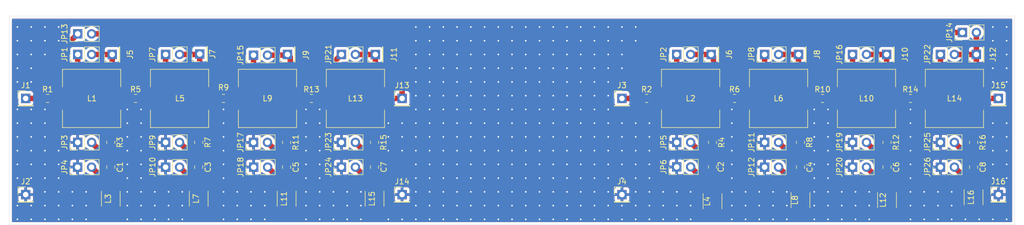
<source format=kicad_pcb>
(kicad_pcb (version 20241229) (generator "pcbnew") (generator_version "9.0")
  (layers (0 "F.Cu" signal) (2 "B.Cu" signal) (13 "F.Paste" user) (15 "B.Paste" user) (5 "F.SilkS" user "F.Silkscreen") (7 "B.SilkS" user "B.Silkscreen") (1 "F.Mask" user) (3 "B.Mask" user) (25 "Edge.Cuts" user))
  (net 0 "")
  (net 1 "Net-(JP3-B)")
  (net 2 "Net-(JP4-B)")
  (net 3 "Net-(JP6-B)")
  (net 4 "Net-(JP5-B)")
  (net 5 "Net-(JP10-B)")
  (net 6 "Net-(JP9-B)")
  (net 7 "Net-(JP11-B)")
  (net 8 "Net-(JP12-B)")
  (net 9 "Net-(JP17-B)")
  (net 10 "Net-(JP18-B)")
  (net 11 "Net-(JP20-B)")
  (net 12 "Net-(JP19-B)")
  (net 13 "Net-(JP24-B)")
  (net 14 "Net-(JP23-B)")
  (net 15 "Net-(JP25-B)")
  (net 16 "Net-(JP26-B)")
  (net 17 "Net-(J1-Pin_1)")
  (net 18 "GND")
  (net 19 "Net-(J3-Pin_1)")
  (net 20 "Net-(J5-Pin_1)")
  (net 21 "Net-(J6-Pin_1)")
  (net 22 "Net-(J7-Pin_1)")
  (net 23 "Net-(J8-Pin_1)")
  (net 24 "Net-(J9-Pin_1)")
  (net 25 "Net-(J10-Pin_1)")
  (net 26 "Net-(J11-Pin_1)")
  (net 27 "Net-(J12-Pin_1)")
  (net 28 "Net-(JP1-A)")
  (net 29 "Net-(JP2-A)")
  (net 30 "Net-(JP7-A)")
  (net 31 "Net-(JP8-A)")
  (net 32 "Net-(JP15-A)")
  (net 33 "Net-(JP16-A)")
  (net 34 "Net-(JP21-A)")
  (net 35 "Net-(JP22-A)")
  (footprint "Resistor_SMD:R_0805_2012Metric_Pad1.20x1.40mm_HandSolder" (layer "F.Cu") (at 193 53)
    (property "Reference" "R6")
    (property "Value" "R_US")
  )
  (footprint "Connector_PinHeader_2.54mm:PinHeader_1x02_P2.54mm_Vertical" (layer "F.Cu") (at 198.46 45 90)
    (property "Reference" "JP8")
    (property "Value" "Jumper_2_Open")
  )
  (footprint "Connector_PinHeader_2.54mm:PinHeader_1x02_P2.54mm_Vertical" (layer "F.Cu") (at 89.46 45 90)
    (property "Reference" "JP7")
    (property "Value" "Jumper_2_Open")
  )
  (footprint "Capacitor_SMD:C_0805_2012Metric_Pad1.18x1.45mm_HandSolder" (layer "F.Cu") (at 79.485 65.5 -90)
    (property "Reference" "C1")
    (property "Value" "C")
  )
  (footprint "Connector_PinHeader_2.54mm:PinHeader_1x01_P2.54mm_Vertical" (layer "F.Cu") (at 172.5 70.5)
    (property "Reference" "J4")
    (property "Value" "Conn_01x01")
  )
  (footprint "Inductor_SMD:L_1812_4532Metric_Pad1.30x3.40mm_HandSolder" (layer "F.Cu") (at 95.485 71.25 -90)
    (property "Reference" "L7")
    (property "Value" "L")
  )
  (footprint "Connector_PinHeader_2.54mm:PinHeader_1x02_P2.54mm_Vertical" (layer "F.Cu") (at 105.46 45.1225 90)
    (property "Reference" "JP15")
    (property "Value" "Jumper_2_Open")
  )
  (footprint "Connector_PinHeader_2.54mm:PinHeader_1x02_P2.54mm_Vertical" (layer "F.Cu") (at 234.46 41 90)
    (property "Reference" "JP14")
    (property "Value" "Jumper_2_Open")
  )
  (footprint "Inductor_SMD:L_10.4x10.4_H4.8" (layer "F.Cu") (at 124 53)
    (property "Reference" "L13")
    (property "Value" "L")
  )
  (footprint "Resistor_SMD:R_0805_2012Metric_Pad1.20x1.40mm_HandSolder" (layer "F.Cu") (at 177 53)
    (property "Reference" "R2")
    (property "Value" "R_US")
  )
  (footprint "Connector_PinHeader_2.54mm:PinHeader_1x02_P2.54mm_Vertical" (layer "F.Cu") (at 73.46 45 90)
    (property "Reference" "JP1")
    (property "Value" "Jumper_2_Open")
  )
  (footprint "Resistor_SMD:R_0805_2012Metric_Pad1.20x1.40mm_HandSolder" (layer "F.Cu") (at 116 53)
    (property "Reference" "R13")
    (property "Value" "R_US")
  )
  (footprint "Connector_PinHeader_2.54mm:PinHeader_1x01_P2.54mm_Vertical" (layer "F.Cu") (at 241 53)
    (property "Reference" "J15")
    (property "Value" "Conn_01x01")
  )
  (footprint "Connector_PinHeader_2.54mm:PinHeader_1x02_P2.54mm_Vertical" (layer "F.Cu") (at 73.445 65.5 90)
    (property "Reference" "JP4")
    (property "Value" "Jumper_2_Open")
  )
  (footprint "Connector_PinHeader_2.54mm:PinHeader_1x01_P2.54mm_Vertical" (layer "F.Cu") (at 79.75 45 90)
    (property "Reference" "J5")
    (property "Value" "Conn_01x01")
  )
  (footprint "Resistor_SMD:R_0805_2012Metric_Pad1.20x1.40mm_HandSolder" (layer "F.Cu") (at 220.735 61 -90)
    (property "Reference" "R12")
    (property "Value" "R_US")
  )
  (footprint "Connector_PinHeader_2.54mm:PinHeader_1x02_P2.54mm_Vertical" (layer "F.Cu") (at 230.46 45 90)
    (property "Reference" "JP22")
    (property "Value" "Jumper_2_Open")
  )
  (footprint "Connector_PinHeader_2.54mm:PinHeader_1x02_P2.54mm_Vertical" (layer "F.Cu") (at 198.46 65.5 90)
    (property "Reference" "JP12")
    (property "Value" "Jumper_2_Open")
  )
  (footprint "Connector_PinHeader_2.54mm:PinHeader_1x02_P2.54mm_Vertical" (layer "F.Cu") (at 214.46 65.5 90)
    (property "Reference" "JP20")
    (property "Value" "Jumper_2_Open")
  )
  (footprint "Capacitor_SMD:C_0805_2012Metric_Pad1.18x1.45mm_HandSolder" (layer "F.Cu") (at 188.985 65.4625 -90)
    (property "Reference" "C2")
    (property "Value" "C")
  )
  (footprint "Resistor_SMD:R_0805_2012Metric_Pad1.20x1.40mm_HandSolder" (layer "F.Cu") (at 204.985 61 -90)
    (property "Reference" "R8")
    (property "Value" "R_US")
  )
  (footprint "Capacitor_SMD:C_0805_2012Metric_Pad1.18x1.45mm_HandSolder" (layer "F.Cu") (at 205 65.5 -90)
    (property "Reference" "C4")
    (property "Value" "C")
  )
  (footprint "Inductor_SMD:L_1812_4532Metric_Pad1.30x3.40mm_HandSolder" (layer "F.Cu") (at 79.485 71.25 -90)
    (property "Reference" "L3")
    (property "Value" "L")
  )
  (footprint "Connector_PinHeader_2.54mm:PinHeader_1x02_P2.54mm_Vertical" (layer "F.Cu") (at 89.46 65.5 90)
    (property "Reference" "JP10")
    (property "Value" "Jumper_2_Open")
  )
  (footprint "Connector_PinHeader_2.54mm:PinHeader_1x02_P2.54mm_Vertical" (layer "F.Cu") (at 105.485 65.5 90)
    (property "Reference" "JP18")
    (property "Value" "Jumper_2_Open")
  )
  (footprint "Connector_PinHeader_2.54mm:PinHeader_1x01_P2.54mm_Vertical" (layer "F.Cu") (at 132.5 53)
    (property "Reference" "J13")
    (property "Value" "Conn_01x01")
  )
  (footprint "Resistor_SMD:R_0805_2012Metric_Pad1.20x1.40mm_HandSolder" (layer "F.Cu") (at 127.485 61 -90)
    (property "Reference" "R15")
    (property "Value" "R_US")
  )
  (footprint "Connector_PinHeader_2.54mm:PinHeader_1x02_P2.54mm_Vertical" (layer "F.Cu") (at 105.46 61 90)
    (property "Reference" "JP17")
    (property "Value" "Jumper_2_Open")
  )
  (footprint "Resistor_SMD:R_0805_2012Metric_Pad1.20x1.40mm_HandSolder" (layer "F.Cu") (at 209 53)
    (property "Reference" "R10")
    (property "Value" "R_US")
  )
  (footprint "Inductor_SMD:L_10.4x10.4_H4.8" (layer "F.Cu") (at 201 53)
    (property "Reference" "L6")
    (property "Value" "L")
  )
  (footprint "Connector_PinHeader_2.54mm:PinHeader_1x01_P2.54mm_Vertical" (layer "F.Cu") (at 241 70.5)
    (property "Reference" "J16")
    (property "Value" "Conn_01x01")
  )
  (footprint "Resistor_SMD:R_0805_2012Metric_Pad1.20x1.40mm_HandSolder" (layer "F.Cu") (at 68 53)
    (property "Reference" "R1")
    (property "Value" "R_US")
  )
  (footprint "Inductor_SMD:L_1812_4532Metric_Pad1.30x3.40mm_HandSolder" (layer "F.Cu") (at 220.735 71.5 -90)
    (property "Reference" "L12")
    (property "Value" "L")
  )
  (footprint "Inductor_SMD:L_1812_4532Metric_Pad1.30x3.40mm_HandSolder" (layer "F.Cu") (at 236.485 71 -90)
    (property "Reference" "L16")
    (property "Value" "L")
  )
  (footprint "Resistor_SMD:R_0805_2012Metric_Pad1.20x1.40mm_HandSolder" (layer "F.Cu") (at 188.985 61 -90)
    (property "Reference" "R4")
    (property "Value" "R_US")
  )
  (footprint "Resistor_SMD:R_0805_2012Metric_Pad1.20x1.40mm_HandSolder" (layer "F.Cu") (at 225 53)
    (property "Reference" "R14")
    (property "Value" "R_US")
  )
  (footprint "Resistor_SMD:R_0805_2012Metric_Pad1.20x1.40mm_HandSolder" (layer "F.Cu") (at 236.5 61 -90)
    (property "Reference" "R16")
    (property "Value" "R_US")
  )
  (footprint "Resistor_SMD:R_0805_2012Metric_Pad1.20x1.40mm_HandSolder" (layer "F.Cu") (at 79.485 61 -90)
    (property "Reference" "R3")
    (property "Value" "R_US")
  )
  (footprint "Resistor_SMD:R_0805_2012Metric_Pad1.20x1.40mm_HandSolder" (layer "F.Cu") (at 95.485 61 -90)
    (property "Reference" "R7")
    (property "Value" "R_US")
  )
  (footprint "Inductor_SMD:L_1812_4532Metric_Pad1.30x3.40mm_HandSolder" (layer "F.Cu") (at 188.985 71.7125 -90)
    (property "Reference" "L4")
    (property "Value" "L")
  )
  (footprint "Inductor_SMD:L_1812_4532Metric_Pad1.30x3.40mm_HandSolder" (layer "F.Cu") (at 111.485 71.25 -90)
    (property "Reference" "L11")
    (property "Value" "L")
  )
  (footprint "Connector_PinHeader_2.54mm:PinHeader_1x01_P2.54mm_Vertical" (layer "F.Cu") (at 172.5 53)
    (property "Reference" "J3")
    (property "Value" "Conn_01x01")
  )
  (footprint "Connector_PinHeader_2.54mm:PinHeader_1x01_P2.54mm_Vertical" (layer "F.Cu") (at 204.635 45 90)
    (property "Reference" "J8")
    (property "Value" "Conn_01x01")
  )
  (footprint "Connector_PinHeader_2.54mm:PinHeader_1x02_P2.54mm_Vertical" (layer "F.Cu") (at 214.46 45 90)
    (property "Reference" "JP16")
    (property "Value" "Jumper_2_Open")
  )
  (footprint "Connector_PinHeader_2.54mm:PinHeader_1x02_P2.54mm_Vertical" (layer "F.Cu") (at 230.46 65.5 90)
    (property "Reference" "JP26")
    (property "Value" "Jumper_2_Open")
  )
  (footprint "Resistor_SMD:R_0805_2012Metric_Pad1.20x1.40mm_HandSolder" (layer "F.Cu") (at 111.485 61 -90)
    (property "Reference" "R11")
    (property "Value" "R_US")
  )
  (footprint "Connector_PinHeader_2.54mm:PinHeader_1x02_P2.54mm_Vertical" (layer "F.Cu") (at 73.46 61 90)
    (property "Reference" "JP3")
    (property "Value" "Jumper_2_Open")
  )
  (footprint "Capacitor_SMD:C_0805_2012Metric_Pad1.18x1.45mm_HandSolder" (layer "F.Cu") (at 127.485 65.5 -90)
    (property "Reference" "C7")
    (property "Value" "C")
  )
  (footprint "Connector_PinHeader_2.54mm:PinHeader_1x01_P2.54mm_Vertical" (layer "F.Cu") (at 95.67 44.9175 90)
    (property "Reference" "J7")
    (property "Value" "Conn_01x01")
  )
  (footprint "Connector_PinHeader_2.54mm:PinHeader_1x01_P2.54mm_Vertical" (layer "F.Cu") (at 111.64 45 90)
    (property "Reference" "J9")
    (property "Value" "Conn_01x01")
  )
  (footprint "Connector_PinHeader_2.54mm:PinHeader_1x01_P2.54mm_Vertical" (layer "F.Cu") (at 220.66 45 90)
    (property "Reference" "J10")
    (property "Value" "Conn_01x01")
  )
  (footprint "Connector_PinHeader_2.54mm:PinHeader_1x02_P2.54mm_Vertical" (layer "F.Cu") (at 121.46 61 90)
    (property "Reference" "JP23")
    (property "Value" "Jumper_2_Open")
  )
  (footprint "Capacitor_SMD:C_0805_2012Metric_Pad1.18x1.45mm_HandSolder" (layer "F.Cu") (at 236.5 65.5 -90)
    (property "Reference" "C8")
    (property "Value" "C")
  )
  (footprint "Inductor_SMD:L_10.4x10.4_H4.8" (layer "F.Cu") (at 233 53)
    (property "Reference" "L14")
    (property "Value" "L")
  )
  (footprint "Connector_PinHeader_2.54mm:PinHeader_1x02_P2.54mm_Vertical" (layer "F.Cu") (at 230.46 61 90)
    (property "Reference" "JP25")
    (property "Value" "Jumper_2_Open")
  )
  (footprint "Connector_PinHeader_2.54mm:PinHeader_1x01_P2.54mm_Vertical" (layer "F.Cu") (at 132.5 70.5)
    (property "Reference" "J14")
    (property "Value" "Conn_01x01")
  )
  (footprint "Inductor_SMD:L_10.4x10.4_H4.8" (layer "F.Cu") (at 185 53)
    (property "Reference" "L2")
    (property "Value" "L")
  )
  (footprint "Inductor_SMD:L_10.4x10.4_H4.8" (layer "F.Cu") (at 92 53)
    (property "Reference" "L5")
    (property "Value" "L")
  )
  (footprint "Connector_PinHeader_2.54mm:PinHeader_1x01_P2.54mm_Vertical" (layer "F.Cu") (at 64 70.5)
    (property "Reference" "J2")
    (property "Value" "Conn_01x01")
  )
  (footprint "Connector_PinHeader_2.54mm:PinHeader_1x02_P2.54mm_Vertical" (layer "F.Cu") (at 198.46 61 90)
    (property "Reference" "JP11")
    (property "Value" "Jumper_2_Open")
  )
  (footprint "Capacitor_SMD:C_0805_2012Metric_Pad1.18x1.45mm_HandSolder" (layer "F.Cu") (at 95.485 65.5 -90)
    (property "Reference" "C3")
    (property "Value" "C")
  )
  (footprint "Capacitor_SMD:C_0805_2012Metric_Pad1.18x1.45mm_HandSolder" (layer "F.Cu") (at 220.75 65.5 -90)
    (property "Reference" "C6")
    (property "Value" "C")
  )
  (footprint "Connector_PinHeader_2.54mm:PinHeader_1x02_P2.54mm_Vertical" (layer "F.Cu") (at 182.46 45 90)
    (property "Reference" "JP2")
    (property "Value" "Jumper_2_Open")
  )
  (footprint "Connector_PinHeader_2.54mm:PinHeader_1x02_P2.54mm_Vertical" (layer "F.Cu") (at 214.46 61 90)
    (property "Reference" "JP19")
    (property "Value" "Jumper_2_Open")
  )
  (footprint "Connector_PinHeader_2.54mm:PinHeader_1x02_P2.54mm_Vertical" (layer "F.Cu") (at 89.46 61 90)
    (property "Reference" "JP9")
    (property "Value" "Jumper_2_Open")
  )
  (footprint "Inductor_SMD:L_1812_4532Metric_Pad1.30x3.40mm_HandSolder" (layer "F.Cu") (at 204.985 71.5 -90)
    (property "Reference" "L8")
    (property "Value" "L")
  )
  (footprint "Resistor_SMD:R_0805_2012Metric_Pad1.20x1.40mm_HandSolder" (layer "F.Cu") (at 84 53)
    (property "Reference" "R5")
    (property "Value" "R_US")
  )
  (footprint "Inductor_SMD:L_10.4x10.4_H4.8" (layer "F.Cu") (at 76 53)
    (property "Reference" "L1")
    (property "Value" "L")
  )
  (footprint "Connector_PinHeader_2.54mm:PinHeader_1x02_P2.54mm_Vertical" (layer "F.Cu") (at 121.46 65.5 90)
    (property "Reference" "JP24")
    (property "Value" "Jumper_2_Open")
  )
  (footprint "Connector_PinHeader_2.54mm:PinHeader_1x01_P2.54mm_Vertical" (layer "F.Cu") (at 127.64 45.01 90)
    (property "Reference" "J11")
    (property "Value" "Conn_01x01")
  )
  (footprint "Connector_PinHeader_2.54mm:PinHeader_1x01_P2.54mm_Vertical" (layer "F.Cu") (at 188.735 45 90)
    (property "Reference" "J6")
    (property "Value" "Conn_01x01")
  )
  (footprint "Connector_PinHeader_2.54mm:PinHeader_1x02_P2.54mm_Vertical" (layer "F.Cu") (at 73.46 41.25 90)
    (property "Reference" "JP13")
    (property "Value" "Jumper_2_Open")
  )
  (footprint "Connector_PinHeader_2.54mm:PinHeader_1x02_P2.54mm_Vertical" (layer "F.Cu") (at 121.46 45 90)
    (property "Reference" "JP21")
    (property "Value" "Jumper_2_Open")
  )
  (footprint "Resistor_SMD:R_0805_2012Metric_Pad1.20x1.40mm_HandSolder" (layer "F.Cu") (at 100 53)
    (property "Reference" "R9")
    (property "Value" "R_US")
  )
  (footprint "Inductor_SMD:L_10.4x10.4_H4.8" (layer "F.Cu") (at 217 53)
    (property "Reference" "L10")
    (property "Value" "L")
  )
  (footprint "Connector_PinHeader_2.54mm:PinHeader_1x01_P2.54mm_Vertical" (layer "F.Cu") (at 237 45 90)
    (property "Reference" "J12")
    (property "Value" "Conn_01x01")
  )
  (footprint "Inductor_SMD:L_10.4x10.4_H4.8" (layer "F.Cu") (at 108 53)
    (property "Reference" "L9")
    (property "Value" "L")
  )
  (footprint "Connector_PinHeader_2.54mm:PinHeader_1x02_P2.54mm_Vertical" (layer "F.Cu") (at 182.46 61 90)
    (property "Reference" "JP5")
    (property "Value" "Jumper_2_Open")
  )
  (footprint "Capacitor_SMD:C_0805_2012Metric_Pad1.18x1.45mm_HandSolder" (layer "F.Cu") (at 111.485 65.5 -90)
    (property "Reference" "C5")
    (property "Value" "C")
  )
  (footprint "Inductor_SMD:L_1812_4532Metric_Pad1.30x3.40mm_HandSolder" (layer "F.Cu") (at 127.485 71.25 -90)
    (property "Reference" "L15")
    (property "Value" "L")
  )
  (footprint "Connector_PinHeader_2.54mm:PinHeader_1x01_P2.54mm_Vertical" (layer "F.Cu") (at 64 53)
    (property "Reference" "J1")
    (property "Value" "Conn_01x01")
  )
  (footprint "Connector_PinHeader_2.54mm:PinHeader_1x02_P2.54mm_Vertical" (layer "F.Cu") (at 182.46 65.4625 90)
    (property "Reference" "JP6")
    (property "Value" "Jumper_2_Open")
  )
  (gr_rect (start 61 38) (end 244 76) (stroke (width 0.05)) (fill no) (layer "Edge.Cuts"))
  (segment (start 77 62) (end 76 61) (width 1) (layer "F.Cu") (net 1))
  (segment (start 79.485 64.4625) (end 79.485 62) (width 1) (layer "F.Cu") (net 1))
  (segment (start 79.485 62) (end 77 62) (width 1) (layer "F.Cu") (net 1))
  (segment (start 79.485 66.5375) (end 77.0225 66.5375) (width 1) (layer "F.Cu") (net 2))
  (segment (start 77.0225 66.5375) (end 75.985 65.5) (width 1) (layer "F.Cu") (net 2))
  (segment (start 79.485 66.5375) (end 79.485 69.025) (width 1) (layer "F.Cu") (net 2))
  (segment (start 186.0375 66.5) (end 188.985 66.5) (width 1) (layer "F.Cu") (net 3))
  (segment (start 185 65.4625) (end 186.0375 66.5) (width 1) (layer "F.Cu") (net 3))
  (segment (start 188.985 66.5) (end 188.985 69.4875) (width 1) (layer "F.Cu") (net 3))
  (segment (start 188.985 62) (end 188.985 64.425) (width 1) (layer "F.Cu") (net 4))
  (segment (start 186 62) (end 185 61) (width 1) (layer "F.Cu") (net 4))
  (segment (start 188.985 62) (end 186 62) (width 1) (layer "F.Cu") (net 4))
  (segment (start 93.0375 66.5375) (end 95.485 66.5375) (width 1) (layer "F.Cu") (net 5))
  (segment (start 92 65.5) (end 93.0375 66.5375) (width 1) (layer "F.Cu") (net 5))
  (segment (start 95.485 66.5375) (end 95.485 69.025) (width 1) (layer "F.Cu") (net 5))
  (segment (start 93 62) (end 95.485 62) (width 1) (layer "F.Cu") (net 6))
  (segment (start 95.485 62) (end 95.485 64.4625) (width 1) (layer "F.Cu") (net 6))
  (segment (start 92 61) (end 93 62) (width 1) (layer "F.Cu") (net 6))
  (segment (start 204.985 62) (end 204.985 64.4475) (width 1) (layer "F.Cu") (net 7))
  (segment (start 202 62) (end 204.985 62) (width 1) (layer "F.Cu") (net 7))
  (segment (start 201 61) (end 202 62) (width 1) (layer "F.Cu") (net 7))
  (segment (start 204.985 64.4475) (end 205 64.4625) (width 1) (layer "F.Cu") (net 7))
  (segment (start 201 65.5) (end 202.0375 66.5375) (width 1) (layer "F.Cu") (net 8))
  (segment (start 205 69.26) (end 204.985 69.275) (width 1) (layer "F.Cu") (net 8))
  (segment (start 202.0375 66.5375) (end 205 66.5375) (width 1) (layer "F.Cu") (net 8))
  (segment (start 205 66.5375) (end 205 69.26) (width 1) (layer "F.Cu") (net 8))
  (segment (start 109 62) (end 111.485 62) (width 1) (layer "F.Cu") (net 9))
  (segment (start 108 61) (end 109 62) (width 1) (layer "F.Cu") (net 9))
  (segment (start 111.485 64.4625) (end 111.485 62) (width 1) (layer "F.Cu") (net 9))
  (segment (start 108.025 65.5) (end 109.0625 66.5375) (width 1) (layer "F.Cu") (net 10))
  (segment (start 109.0625 66.5375) (end 111.485 66.5375) (width 1) (layer "F.Cu") (net 10))
  (segment (start 111.485 66.5375) (end 111.485 69.025) (width 1) (layer "F.Cu") (net 10))
  (segment (start 220.75 69.26) (end 220.735 69.275) (width 1) (layer "F.Cu") (net 11))
  (segment (start 220.75 66.5375) (end 220.75 69.26) (width 1) (layer "F.Cu") (net 11))
  (segment (start 217 65.5) (end 218.0375 66.5375) (width 1) (layer "F.Cu") (net 11))
  (segment (start 218.0375 66.5375) (end 220.75 66.5375) (width 1) (layer "F.Cu") (net 11))
  (segment (start 217 61) (end 218 62) (width 1) (layer "F.Cu") (net 12))
  (segment (start 218 62) (end 220.735 62) (width 1) (layer "F.Cu") (net 12))
  (segment (start 220.735 64.4475) (end 220.75 64.4625) (width 1) (layer "F.Cu") (net 12))
  (segment (start 220.735 62) (end 220.735 64.4475) (width 1) (layer "F.Cu") (net 12))
  (segment (start 127.485 66.5375) (end 127.485 69.025) (width 1) (layer "F.Cu") (net 13))
  (segment (start 127.485 66.5375) (end 125.0375 66.5375) (width 1) (layer "F.Cu") (net 13))
  (segment (start 125.0375 66.5375) (end 124 65.5) (width 1) (layer "F.Cu") (net 13))
  (segment (start 127.485 62) (end 125 62) (width 1) (layer "F.Cu") (net 14))
  (segment (start 127.485 62) (end 127.485 64.4625) (width 1) (layer "F.Cu") (net 14))
  (segment (start 125 62) (end 124 61) (width 1) (layer "F.Cu") (net 14))
  (segment (start 234 62) (end 233 61) (width 1) (layer "F.Cu") (net 15))
  (segment (start 236.5 62) (end 234 62) (width 1) (layer "F.Cu") (net 15))
  (segment (start 236.5 64.4625) (end 236.5 62) (width 1) (layer "F.Cu") (net 15))
  (segment (start 236.5 68.76) (end 236.485 68.775) (width 1) (layer "F.Cu") (net 16))
  (segment (start 233 65.5) (end 234.0375 66.5375) (width 1) (layer "F.Cu") (net 16))
  (segment (start 236.5 66.5375) (end 236.5 68.76) (width 1) (layer "F.Cu") (net 16))
  (segment (start 234.0375 66.5375) (end 236.5 66.5375) (width 1) (layer "F.Cu") (net 16))
  (segment (start 67 53) (end 64 53) (width 1) (layer "F.Cu") (net 17))
  (segment (start 67 47.71) (end 73.46 41.25) (width 1) (layer "F.Cu") (net 17))
  (segment (start 67 53) (end 67 47.71) (width 1) (layer "F.Cu") (net 17))
  (via (at 170 57.5) (size 0.6) (drill 0.3) (layers "F.Cu" "B.Cu") (net 18))
  (via (at 192.5 62.5) (size 0.6) (drill 0.3) (layers "F.Cu" "B.Cu") (net 18))
  (via (at 170 62.5) (size 0.6) (drill 0.3) (layers "F.Cu" "B.Cu") (net 18))
  (via (at 92.5 70) (size 0.6) (drill 0.3) (layers "F.Cu" "B.Cu") (net 18))
  (via (at 155 42.5) (size 0.6) (drill 0.3) (layers "F.Cu" "B.Cu") (net 18))
  (via (at 150 42.5) (size 0.6) (drill 0.3) (layers "F.Cu" "B.Cu") (net 18))
  (via (at 172.5 47.5) (size 0.6) (drill 0.3) (layers "F.Cu" "B.Cu") (net 18))
  (via (at 142.5 67.5) (size 0.6) (drill 0.3) (layers "F.Cu" "B.Cu") (net 18))
  (via (at 160 42.5) (size 0.6) (drill 0.3) (layers "F.Cu" "B.Cu") (net 18))
  (via (at 165 75) (size 0.6) (drill 0.3) (layers "F.Cu" "B.Cu") (net 18))
  (via (at 150 65) (size 0.6) (drill 0.3) (layers "F.Cu" "B.Cu") (net 18))
  (via (at 217.5 72.5) (size 0.6) (drill 0.3) (layers "F.Cu" "B.Cu") (net 18))
  (via (at 162.5 62.5) (size 0.6) (drill 0.3) (layers "F.Cu" "B.Cu") (net 18))
  (via (at 165 47.5) (size 0.6) (drill 0.3) (layers "F.Cu" "B.Cu") (net 18))
  (via (at 100 75) (size 0.6) (drill 0.3) (layers "F.Cu" "B.Cu") (net 18))
  (via (at 162.5 70) (size 0.6) (drill 0.3) (layers "F.Cu" "B.Cu") (net 18))
  (via (at 215 70) (size 0.6) (drill 0.3) (layers "F.Cu" "B.Cu") (net 18))
  (via (at 115 67.5) (size 0.6) (drill 0.3) (layers "F.Cu" "B.Cu") (net 18))
  (via (at 140 57.5) (size 0.6) (drill 0.3) (layers "F.Cu" "B.Cu") (net 18))
  (via (at 170 70) (size 0.6) (drill 0.3) (layers "F.Cu" "B.Cu") (net 18))
  (via (at 160 62.5) (size 0.6) (drill 0.3) (layers "F.Cu" "B.Cu") (net 18))
  (via (at 152.5 62.5) (size 0.6) (drill 0.3) (layers "F.Cu" "B.Cu") (net 18))
  (via (at 70 62.5) (size 0.6) (drill 0.3) (layers "F.Cu" "B.Cu") (net 18))
  (via (at 120 72.5) (size 0.6) (drill 0.3) (layers "F.Cu" "B.Cu") (net 18))
  (via (at 210 62.5) (size 0.6) (drill 0.3) (layers "F.Cu" "B.Cu") (net 18))
  (via (at 147.5 40) (size 0.6) (drill 0.3) (layers "F.Cu" "B.Cu") (net 18))
  (via (at 175 67.5) (size 0.6) (drill 0.3) (layers "F.Cu" "B.Cu") (net 18))
  (via (at 137.5 70) (size 0.6) (drill 0.3) (layers "F.Cu" "B.Cu") (net 18))
  (via (at 82.5 62.5) (size 0.6) (drill 0.3) (layers "F.Cu" "B.Cu") (net 18))
  (via (at 142.5 57.5) (size 0.6) (drill 0.3) (layers "F.Cu" "B.Cu") (net 18))
  (via (at 62.5 75) (size 0.6) (drill 0.3) (layers "F.Cu" "B.Cu") (net 18))
  (via (at 145 70) (size 0.6) (drill 0.3) (layers "F.Cu" "B.Cu") (net 18))
  (via (at 197.5 70) (size 0.6) (drill 0.3) (layers "F.Cu" "B.Cu") (net 18))
  (via (at 217.5 75) (size 0.6) (drill 0.3) (layers "F.Cu" "B.Cu") (net 18))
  (via (at 162.5 50) (size 0.6) (drill 0.3) (layers "F.Cu" "B.Cu") (net 18))
  (via (at 227.5 70) (size 0.6) (drill 0.3) (layers "F.Cu" "B.Cu") (net 18))
  (via (at 132.5 62.5) (size 0.6) (drill 0.3) (layers "F.Cu" "B.Cu") (net 18))
  (via (at 240 50) (size 0.6) (drill 0.3) (layers "F.Cu" "B.Cu") (net 18))
  (via (at 152.5 45) (size 0.6) (drill 0.3) (layers "F.Cu" "B.Cu") (net 18))
  (via (at 152.5 42.5) (size 0.6) (drill 0.3) (layers "F.Cu" "B.Cu") (net 18))
  (via (at 67.5 40) (size 0.6) (drill 0.3) (layers "F.Cu" "B.Cu") (net 18))
  (via (at 192.5 57.5) (size 0.6) (drill 0.3) (layers "F.Cu" "B.Cu") (net 18))
  (via (at 100 62.5) (size 0.6) (drill 0.3) (layers "F.Cu" "B.Cu") (net 18))
  (via (at 212.5 75) (size 0.6) (drill 0.3) (layers "F.Cu" "B.Cu") (net 18))
  (via (at 65 45) (size 0.6) (drill 0.3) (layers "F.Cu" "B.Cu") (net 18))
  (via (at 167.5 55) (size 0.6) (drill 0.3) (layers "F.Cu" "B.Cu") (net 18))
  (via (at 175 60) (size 0.6) (drill 0.3) (layers "F.Cu" "B.Cu") (net 18))
  (via (at 175 75) (size 0.6) (drill 0.3) (layers "F.Cu" "B.Cu") (net 18))
  (via (at 85 65) (size 0.6) (drill 0.3) (layers "F.Cu" "B.Cu") (net 18))
  (via (at 65 60) (size 0.6) (drill 0.3) (layers "F.Cu" "B.Cu") (net 18))
  (via (at 140 45) (size 0.6) (drill 0.3) (layers "F.Cu" "B.Cu") (net 18))
  (via (at 242.5 50) (size 0.6) (drill 0.3) (layers "F.Cu" "B.Cu") (net 18))
  (via (at 155 70) (size 0.6) (drill 0.3) (layers "F.Cu" "B.Cu") (net 18))
  (via (at 147.5 67.5) (size 0.6) (drill 0.3) (layers "F.Cu" "B.Cu") (net 18))
  (via (at 70 40) (size 0.6) (drill 0.3) (layers "F.Cu" "B.Cu") (net 18))
  (via (at 170 50) (size 0.6) (drill 0.3) (layers "F.Cu" "B.Cu") (net 18))
  (via (at 155 67.5) (size 0.6) (drill 0.3) (layers "F.Cu" "B.Cu") (net 18))
  (via (at 135 60) (size 0.6) (drill 0.3) (layers "F.Cu" "B.Cu") (net 18))
  (via (at 180 75) (size 0.6) (drill 0.3) (layers "F.Cu" "B.Cu") (net 18))
  (via (at 225 60) (size 0.6) (drill 0.3) (layers "F.Cu" "B.Cu") (net 18))
  (via (at 157.5 52.5) (size 0.6) (drill 0.3) (layers "F.Cu" "B.Cu") (net 18))
  (via (at 207.5 67.5) (size 0.6) (drill 0.3) (layers "F.Cu" "B.Cu") (net 18))
  (via (at 150 57.5) (size 0.6) (drill 0.3) (layers "F.Cu" "B.Cu") (net 18))
  (via (at 82.5 72.5) (size 0.6) (drill 0.3) (layers "F.Cu" "B.Cu") (net 18))
  (via (at 135 65) (size 0.6) (drill 0.3) (layers "F.Cu" "B.Cu") (net 18))
  (via (at 65 47.5) (size 0.6) (drill 0.3) (layers "F.Cu" "B.Cu") (net 18))
  (via (at 145 67.5) (size 0.6) (drill 0.3) (layers "F.Cu" "B.Cu") (net 18))
  (via (at 160 60) (size 0.6) (drill 0.3) (layers "F.Cu" "B.Cu") (net 18))
  (via (at 207.5 72.5) (size 0.6) (drill 0.3) (layers "F.Cu" "B.Cu") (net 18))
  (via (at 167.5 72.5) (size 0.6) (drill 0.3) (layers "F.Cu" "B.Cu") (net 18))
  (via (at 102.5 75) (size 0.6) (drill 0.3) (layers "F.Cu" "B.Cu") (net 18))
  (via (at 240 47.5) (size 0.6) (drill 0.3) (layers "F.Cu" "B.Cu") (net 18))
  (via (at 142.5 60) (size 0.6) (drill 0.3) (layers "F.Cu" "B.Cu") (net 18))
  (via (at 242.5 57.5) (size 0.6) (drill 0.3) (layers "F.Cu" "B.Cu") (net 18))
  (via (at 177.5 62.5) (size 0.6) (drill 0.3) (layers "F.Cu" "B.Cu") (net 18))
  (via (at 137.5 50) (size 0.6) (drill 0.3) (layers "F.Cu" "B.Cu") (net 18))
  (via (at 147.5 65) (size 0.6) (drill 0.3) (layers "F.Cu" "B.Cu") (net 18))
  (via (at 155 47.5) (size 0.6) (drill 0.3) (layers "F.Cu" "B.Cu") (net 18))
  (via (at 212.5 72.5) (size 0.6) (drill 0.3) (layers "F.Cu" "B.Cu") (net 18))
  (via (at 145 45) (size 0.6) (drill 0.3) (layers "F.Cu" "B.Cu") (net 18))
  (via (at 140 50) (size 0.6) (drill 0.3) (layers "F.Cu" "B.Cu") (net 18))
  (via (at 65 65) (size 0.6) (drill 0.3) (layers "F.Cu" "B.Cu") (net 18))
  (via (at 170 40) (size 0.6) (drill 0.3) (layers "F.Cu" "B.Cu") (net 18))
  (via (at 195 75) (size 0.6) (drill 0.3) (layers "F.Cu" "B.Cu") (net 18))
  (via (at 210 65) (size 0.6) (drill 0.3) (layers "F.Cu" "B.Cu") (net 18))
  (via (at 162.5 60) (size 0.6) (drill 0.3) (layers "F.Cu" "B.Cu") (net 18))
  (via (at 157.5 72.5) (size 0.6) (drill 0.3) (layers "F.Cu" "B.Cu") (net 18))
  (via (at 152.5 67.5) (size 0.6) (drill 0.3) (layers "F.Cu" "B.Cu") (net 18))
  (via (at 100 70) (size 0.6) (drill 0.3) (layers "F.Cu" "B.Cu") (net 18))
  (via (at 230 70) (size 0.6) (drill 0.3) (layers "F.Cu" "B.Cu") (net 18))
  (via (at 170 52.5) (size 0.6) (drill 0.3) (layers "F.Cu" "B.Cu") (net 18))
  (via (at 67.5 62.5) (size 0.6) (drill 0.3) (layers "F.Cu" "B.Cu") (net 18))
  (via (at 177.5 72.5) (size 0.6) (drill 0.3) (layers "F.Cu" "B.Cu") (net 18))
  (via (at 137.5 65) (size 0.6) (drill 0.3) (layers "F.Cu" "B.Cu") (net 18))
  (via (at 65 72.5) (size 0.6) (drill 0.3) (layers "F.Cu" "B.Cu") (net 18))
  (via (at 107.5 75) (size 0.6) (drill 0.3) (layers "F.Cu" "B.Cu") (net 18))
  (via (at 75 72.5) (size 0.6) (drill 0.3) (layers "F.Cu" "B.Cu") (net 18))
  (via (at 92.5 75) (size 0.6) (drill 0.3) (layers "F.Cu" "B.Cu") (net 18))
  (via (at 160 57.5) (size 0.6) (drill 0.3) (layers "F.Cu" "B.Cu") (net 18))
  (via (at 200 75) (size 0.6) (drill 0.3) (layers "F.Cu" "B.Cu") (net 18))
  (via (at 130 60) (size 0.6) (drill 0.3) (layers "F.Cu" "B.Cu") (net 18))
  (via (at 85 75) (size 0.6) (drill 0.3) (layers "F.Cu" "B.Cu") (net 18))
  (via (at 157.5 42.5) (size 0.6) (drill 0.3) (layers "F.Cu" "B.Cu") (net 18))
  (via (at 142.5 72.5) (size 0.6) (drill 0.3) (layers "F.Cu" "B.Cu") (net 18))
  (via (at 100 55) (size 0.6) (drill 0.3) (layers "F.Cu" "B.Cu") (net 18))
  (via (at 152.5 72.5) (size 0.6) (drill 0.3) (layers "F.Cu" "B.Cu") (net 18))
  (via (at 145 62.5) (size 0.6) (drill 0.3) (layers "F.Cu" "B.Cu") (net 18))
  (via (at 175 65) (size 0.6) (drill 0.3) (layers "F.Cu" "B.Cu") (net 18))
  (via (at 115 65) (size 0.6) (drill 0.3) (layers "F.Cu" "B.Cu") (net 18))
  (via (at 100 67.5) (size 0.6) (drill 0.3) (layers "F.Cu" "B.Cu") (net 18))
  (via (at 142.5 42.5) (size 0.6) (drill 0.3) (layers "F.Cu" "B.Cu") (net 18))
  (via (at 177.5 70) (size 0.6) (drill 0.3) (layers "F.Cu" "B.Cu") (net 18))
  (via (at 70 67.5) (size 0.6) (drill 0.3) (layers "F.Cu" "B.Cu") (net 18))
  (via (at 122.5 75) (size 0.6) (drill 0.3) (layers "F.Cu" "B.Cu") (net 18))
  (via (at 240 45) (size 0.6) (drill 0.3) (layers "F.Cu" "B.Cu") (net 18))
  (via (at 162.5 55) (size 0.6) (drill 0.3) (layers "F.Cu" "B.Cu") (net 18))
  (via (at 137.5 45) (size 0.6) (drill 0.3) (layers "F.Cu" "B.Cu") (net 18))
  (via (at 147.5 55) (size 0.6) (drill 0.3) (layers "F.Cu" "B.Cu") (net 18))
  (via (at 62.5 45) (size 0.6) (drill 0.3) (layers "F.Cu" "B.Cu") (net 18))
  (via (at 62.5 47.5) (size 0.6) (drill 0.3) (layers "F.Cu" "B.Cu") (net 18))
  (via (at 225 55) (size 0.6) (drill 0.3) (layers "F.Cu" "B.Cu") (net 18))
  (via (at 210 72.5) (size 0.6) (drill 0.3) (layers "F.Cu" "B.Cu") (net 18))
  (via (at 140 55) (size 0.6) (drill 0.3) (layers "F.Cu" "B.Cu") (net 18))
  (via (at 140 60) (size 0.6) (drill 0.3) (layers "F.Cu" "B.Cu") (net 18))
  (via (at 150 52.5) (size 0.6) (drill 0.3) (layers "F.Cu" "B.Cu") (net 18))
  (via (at 135 50) (size 0.6) (drill 0.3) (layers "F.Cu" "B.Cu") (net 18))
  (via (at 225 67.5) (size 0.6) (drill 0.3) (layers "F.Cu" "B.Cu") (net 18))
  (via (at 165 45) (size 0.6) (drill 0.3) (layers "F.Cu" "B.Cu") (net 18))
  (via (at 72.5 70) (size 0.6) (drill 0.3) (layers "F.Cu" "B.Cu") (net 18))
  (via (at 152.5 50) (size 0.6) (drill 0.3) (layers "F.Cu" "B.Cu") (net 18))
  (via (at 135 42.5) (size 0.6) (drill 0.3) (layers "F.Cu" "B.Cu") (net 18))
  (via (at 170 65) (size 0.6) (drill 0.3) (layers "F.Cu" "B.Cu") (net 18))
  (via (at 67.5 75) (size 0.6) (drill 0.3) (layers "F.Cu" "B.Cu") (net 18))
  (via (at 192.5 70) (size 0.6) (drill 0.3) (layers "F.Cu" "B.Cu") (net 18))
  (via (at 105 75) (size 0.6) (drill 0.3) (layers "F.Cu" "B.Cu") (net 18))
  (via (at 152.5 57.5) (size 0.6) (drill 0.3) (layers "F.Cu" "B.Cu") (net 18))
  (via (at 192.5 67.5) (size 0.6) (drill 0.3) (layers "F.Cu" "B.Cu") (net 18))
  (via (at 62.5 65) (size 0.6) (drill 0.3) (layers "F.Cu" "B.Cu") (net 18))
  (via (at 150 75) (size 0.6) (drill 0.3) (layers "F.Cu" "B.Cu") (net 18))
  (via (at 100 57.5) (size 0.6) (drill 0.3) (layers "F.Cu" "B.Cu") (net 18))
  (via (at 62.5 60) (size 0.6) (drill 0.3) (layers "F.Cu" "B.Cu") (net 18))
  (via (at 137.5 75) (size 0.6) (drill 0.3) (layers "F.Cu" "B.Cu") (net 18))
  (via (at 207.5 65) (size 0.6) (drill 0.3) (layers "F.Cu" "B.Cu") (net 18))
  (via (at 172.5 75) (size 0.6) (drill 0.3) (layers "F.Cu" "B.Cu") (net 18))
  (via (at 150 67.5) (size 0.6) (drill 0.3) (layers "F.Cu" "B.Cu") (net 18))
  (via (at 185 70) (size 0.6) (drill 0.3) (layers "F.Cu" "B.Cu") (net 18))
  (via (at 172.5 60) (size 0.6) (drill 0.3) (layers "F.Cu" "B.Cu") (net 18))
  (via (at 155 65) (size 0.6) (drill 0.3) (layers "F.Cu" "B.Cu") (net 18))
  (via (at 90 72.5) (size 0.6) (drill 0.3) (layers "F.Cu" "B.Cu") (net 18))
  (via (at 142.5 52.5) (size 0.6) (drill 0.3) (layers "F.Cu" "B.Cu") (net 18))
  (via (at 167.5 70) (size 0.6) (drill 0.3) (layers "F.Cu" "B.Cu") (net 18))
  (via (at 165 62.5) (size 0.6) (drill 0.3) (layers "F.Cu" "B.Cu") (net 18))
  (via (at 167.5 45) (size 0.6) (drill 0.3) (layers "F.Cu" "B.Cu") (net 18))
  (via (at 117.5 65) (size 0.6) (drill 0.3) (layers "F.Cu" "B.Cu") (net 18))
  (via (at 200 70) (size 0.6) (drill 0.3) (layers "F.Cu" "B.Cu") (net 18))
  (via (at 170 42.5) (size 0.6) (drill 0.3) (layers "F.Cu" "B.Cu") (net 18))
  (via (at 162.5 45) (size 0.6) (drill 0.3) (layers "F.Cu" "B.Cu") (net 18))
  (via (at 132.5 60) (size 0.6) (drill 0.3) (layers "F.Cu" "B.Cu") (net 18))
  (via (at 225 72.5) (size 0.6) (drill 0.3) (layers "F.Cu" "B.Cu") (net 18))
  (via (at 145 72.5) (size 0.6) (drill 0.3) (layers "F.Cu" "B.Cu") (net 18))
  (via (at 210 57.5) (size 0.6) (drill 0.3) (layers "F.Cu" "B.Cu") (net 18))
  (via (at 102.5 72.5) (size 0.6) (drill 0.3) (layers "F.Cu" "B.Cu") (net 18))
  (via (at 165 55) (size 0.6) (drill 0.3) (layers "F.Cu" "B.Cu") (net 18))
  (via (at 155 57.5) (size 0.6) (drill 0.3) (layers "F.Cu" "B.Cu") (net 18))
  (via (at 150 70) (size 0.6) (drill 0.3) (layers "F.Cu" "B.Cu") (net 18))
  (via (at 165 40) (size 0.6) (drill 0.3) (layers "F.Cu" "B.Cu") (net 18))
  (via (at 125 72.5) (size 0.6) (drill 0.3) (layers "F.Cu" "B.Cu") (net 18))
  (via (at 232.5 72.5) (size 0.6) (drill 0.3) (layers "F.Cu" "B.Cu") (net 18))
  (via (at 207.5 75) (size 0.6) (drill 0.3) (layers "F.Cu" "B.Cu") (net 18))
  (via (at 160 65) (size 0.6) (drill 0.3) (layers "F.Cu" "B.Cu") (net 18))
  (via (at 147.5 72.5) (size 0.6) (drill 0.3) (layers "F.Cu" "B.Cu") (net 18))
  (via (at 240 65) (size 0.6) (drill 0.3) (layers "F.Cu" "B.Cu") (net 18))
  (via (at 152.5 55) (size 0.6) (drill 0.3) (layers "F.Cu" "B.Cu") (net 18))
  (via (at 70 72.5) (size 0.6) (drill 0.3) (layers "F.Cu" "B.Cu") (net 18))
  (via (at 175 40) (size 0.6) (drill 0.3) (layers "F.Cu" "B.Cu") (net 18))
  (via (at 170 47.5) (size 0.6) (drill 0.3) (layers "F.Cu" "B.Cu") (net 18))
  (via (at 217.5 70) (size 0.6) (drill 0.3) (layers "F.Cu" "B.Cu") (net 18))
  (via (at 162.5 72.5) (size 0.6) (drill 0.3) (layers "F.Cu" "B.Cu") (net 18))
  (via (at 235 75) (size 0.6) (drill 0.3) (layers "F.Cu" "B.Cu") (net 18))
  (via (at 90 75) (size 0.6) (drill 0.3) (layers "F.Cu" "B.Cu") (net 18))
  (via (at 87.5 75) (size 0.6) (drill 0.3) (layers "F.Cu" "B.Cu") (net 18))
  (via (at 150 55) (size 0.6) (drill 0.3) (layers "F.Cu" "B.Cu") (net 18))
  (via (at 137.5 42.5) (size 0.6) (drill 0.3) (layers "F.Cu" "B.Cu") (net 18))
  (via (at 152.5 70) (size 0.6) (drill 0.3) (layers "F.Cu" "B.Cu") (net 18))
  (via (at 207.5 60) (size 0.6) (drill 0.3) (layers "F.Cu" "B.Cu") (net 18))
  (via (at 162.5 67.5) (size 0.6) (drill 0.3) (layers "F.Cu" "B.Cu") (net 18))
  (via (at 147.5 50) (size 0.6) (drill 0.3) (layers "F.Cu" "B.Cu") (net 18))
  (via (at 135 67.5) (size 0.6) (drill 0.3) (layers "F.Cu" "B.Cu") (net 18))
  (via (at 100 72.5) (size 0.6) (drill 0.3) (layers "F.Cu" "B.Cu") (net 18))
  (via (at 170 45) (size 0.6) (drill 0.3) (layers "F.Cu" "B.Cu") (net 18))
  (via (at 62.5 55) (size 0.6) (drill 0.3) (layers "F.Cu" "B.Cu") (net 18))
  (via (at 242.5 65) (size 0.6) (drill 0.3) (layers "F.Cu" "B.Cu") (net 18))
  (via (at 120 75) (size 0.6) (drill 0.3) (layers "F.Cu" "B.Cu") (net 18))
  (via (at 67.5 70) (size 0.6) (drill 0.3) (layers "F.Cu" "B.Cu") (net 18))
  (via (at 135 40) (size 0.6) (drill 0.3) (layers "F.Cu" "B.Cu") (net 18))
  (via (at 210 67.5) (size 0.6) (drill 0.3) (layers "F.Cu" "B.Cu") (net 18))
  (via (at 140 72.5) (size 0.6) (drill 0.3) (layers "F.Cu" "B.Cu") (net 18))
  (via (at 202.5 75) (size 0.6) (drill 0.3) (layers "F.Cu" "B.Cu") (net 18))
  (via (at 85 57.5) (size 0.6) (drill 0.3) (layers "F.Cu" "B.Cu") (net 18))
  (via (at 242.5 75) (size 0.6) (drill 0.3) (layers "F.Cu" "B.Cu") (net 18))
  (via (at 140 70) (size 0.6) (drill 0.3) (layers "F.Cu" "B.Cu") (net 18))
  (via (at 85 70) (size 0.6) (drill 0.3) (layers "F.Cu" "B.Cu") (net 18))
  (via (at 227.5 72.5) (size 0.6) (drill 0.3) (layers "F.Cu" "B.Cu") (net 18))
  (via (at 150 45) (size 0.6) (drill 0.3) (layers "F.Cu" "B.Cu") (net 18))
  (via (at 167.5 62.5) (size 0.6) (drill 0.3) (layers "F.Cu" "B.Cu") (net 18))
  (via (at 65 67.5) (size 0.6) (drill 0.3) (layers "F.Cu" "B.Cu") (net 18))
  (via (at 117.5 67.5) (size 0.6) (drill 0.3) (layers "F.Cu" "B.Cu") (net 18))
  (via (at 162.5 40) (size 0.6) (drill 0.3) (layers "F.Cu" "B.Cu") (net 18))
  (via (at 157.5 60) (size 0.6) (drill 0.3) (layers "F.Cu" "B.Cu") (net 18))
  (via (at 147.5 42.5) (size 0.6) (drill 0.3) (layers "F.Cu" "B.Cu") (net 18))
  (via (at 132.5 75) (size 0.6) (drill 0.3) (layers "F.Cu" "B.Cu") (net 18))
  (via (at 92.5 72.5) (size 0.6) (drill 0.3) (layers "F.Cu" "B.Cu") (net 18))
  (via (at 135 75) (size 0.6) (drill 0.3) (layers "F.Cu" "B.Cu") (net 18))
  (via (at 175 72.5) (size 0.6) (drill 0.3) (layers "F.Cu" "B.Cu") (net 18))
  (via (at 155 55) (size 0.6) (drill 0.3) (layers "F.Cu" "B.Cu") (net 18))
  (via (at 165 57.5) (size 0.6) (drill 0.3) (layers "F.Cu" "B.Cu") (net 18))
  (via (at 160 75) (size 0.6) (drill 0.3) (layers "F.Cu" "B.Cu") (net 18))
  (via (at 167.5 75) (size 0.6) (drill 0.3) (layers "F.Cu" "B.Cu") (net 18))
  (via (at 167.5 60) (size 0.6) (drill 0.3) (layers "F.Cu" "B.Cu") (net 18))
  (via (at 72.5 75) (size 0.6) (drill 0.3) (layers "F.Cu" "B.Cu") (net 18))
  (via (at 232.5 75) (size 0.6) (drill 0.3) (layers "F.Cu" "B.Cu") (net 18))
  (via (at 170 67.5) (size 0.6) (drill 0.3) (layers "F.Cu" "B.Cu") (net 18))
  (via (at 142.5 75) (size 0.6) (drill 0.3) (layers "F.Cu" "B.Cu") (net 18))
  (via (at 62.5 72.5) (size 0.6) (drill 0.3) (layers "F.Cu" "B.Cu") (net 18))
  (via (at 137.5 62.5) (size 0.6) (drill 0.3) (layers "F.Cu" "B.Cu") (net 18))
  (via (at 165 60) (size 0.6) (drill 0.3) (layers "F.Cu" "B.Cu") (net 18))
  (via (at 170 75) (size 0.6) (drill 0.3) (layers "F.Cu" "B.Cu") (net 18))
  (via (at 65 50) (size 0.6) (drill 0.3) (layers "F.Cu" "B.Cu") (net 18))
  (via (at 65 40) (size 0.6) (drill 0.3) (layers "F.Cu" "B.Cu") (net 18))
  (via (at 155 40) (size 0.6) (drill 0.3) (layers "F.Cu" "B.Cu") (net 18))
  (via (at 82.5 65) (size 0.6) (drill 0.3) (layers "F.Cu" "B.Cu") (net 18))
  (via (at 177.5 60) (size 0.6) (drill 0.3) (layers "F.Cu" "B.Cu") (net 18))
  (via (at 225 65) (size 0.6) (drill 0.3) (layers "F.Cu" "B.Cu") (net 18))
  (via (at 240 60) (size 0.6) (drill 0.3) (layers "F.Cu" "B.Cu") (net 18))
  (via (at 192.5 55) (size 0.6) (drill 0.3) (layers "F.Cu" "B.Cu") (net 18))
  (via (at 240 40) (size 0.6) (drill 0.3) (layers "F.Cu" "B.Cu") (net 18))
  (via (at 172.5 42.5) (size 0.6) (drill 0.3) (layers "F.Cu" "B.Cu") (net 18))
  (via (at 177.5 75) (size 0.6) (drill 0.3) (layers "F.Cu" "B.Cu") (net 18))
  (via (at 142.5 47.5) (size 0.6) (drill 0.3) (layers "F.Cu" "B.Cu") (net 18))
  (via (at 157.5 47.5) (size 0.6) (drill 0.3) (layers "F.Cu" "B.Cu") (net 18))
  (via (at 157.5 67.5) (size 0.6) (drill 0.3) (layers "F.Cu" "B.Cu") (net 18))
  (via (at 105 70) (size 0.6) (drill 0.3) (layers "F.Cu" "B.Cu") (net 18))
  (via (at 65 75) (size 0.6) (drill 0.3) (layers "F.Cu" "B.Cu") (net 18))
  (via (at 240 67.5) (size 0.6) (drill 0.3) (layers "F.Cu" "B.Cu") (net 18))
  (via (at 210 60) (size 0.6) (drill 0.3) (layers "F.Cu" "B.Cu") (net 18))
  (via (at 167.5 57.5) (size 0.6) (drill 0.3) (layers "F.Cu" "B.Cu") (net 18))
  (via (at 140 52.5) (size 0.6) (drill 0.3) (layers "F.Cu" "B.Cu") (net 18))
  (via (at 165 67.5) (size 0.6) (drill 0.3) (layers "F.Cu" "B.Cu") (net 18))
  (via (at 142.5 65) (size 0.6) (drill 0.3) (layers "F.Cu" "B.Cu") (net 18))
  (via (at 142.5 45) (size 0.6) (drill 0.3) (layers "F.Cu" "B.Cu") (net 18))
  (via (at 195 70) (size 0.6) (drill 0.3) (layers "F.Cu" "B.Cu") (net 18))
  (via (at 142.5 62.5) (size 0.6) (drill 0.3) (layers "F.Cu" "B.Cu") (net 18))
  (via (at 137.5 47.5) (size 0.6) (drill 0.3) (layers "F.Cu" "B.Cu") (net 18))
  (via (at 172.5 62.5) (size 0.6) (drill 0.3) (layers "F.Cu" "B.Cu") (net 18))
  (via (at 125 70) (size 0.6) (drill 0.3) (layers "F.Cu" "B.Cu") (net 18))
  (via (at 147.5 45) (size 0.6) (drill 0.3) (layers "F.Cu" "B.Cu") (net 18))
  (via (at 145 40) (size 0.6) (drill 0.3) (layers "F.Cu" "B.Cu") (net 18))
  (via (at 162.5 65) (size 0.6) (drill 0.3) (layers "F.Cu" "B.Cu") (net 18))
  (via (at 162.5 75) (size 0.6) (drill 0.3) (layers "F.Cu" "B.Cu") (net 18))
  (via (at 105 72.5) (size 0.6) (drill 0.3) (layers "F.Cu" "B.Cu") (net 18))
  (via (at 140 67.5) (size 0.6) (drill 0.3) (layers "F.Cu" "B.Cu") (net 18))
  (via (at 167.5 40) (size 0.6) (drill 0.3) (layers "F.Cu" "B.Cu") (net 18))
  (via (at 242.5 47.5) (size 0.6) (drill 0.3) (layers "F.Cu" "B.Cu") (net 18))
  (via (at 145 42.5) (size 0.6) (drill 0.3) (layers "F.Cu" "B.Cu") (net 18))
  (via (at 145 65) (size 0.6) (drill 0.3) (layers "F.Cu" "B.Cu") (net 18))
  (via (at 137.5 57.5) (size 0.6) (drill 0.3) (layers "F.Cu" "B.Cu") (net 18))
  (via (at 142.5 50) (size 0.6) (drill 0.3) (layers "F.Cu" "B.Cu") (net 18))
  (via (at 82.5 55) (size 0.6) (drill 0.3) (layers "F.Cu" "B.Cu") (net 18))
  (via (at 115 57.5) (size 0.6) (drill 0.3) (layers "F.Cu" "B.Cu") (net 18))
  (via (at 67.5 55) (size 0.6) (drill 0.3) (layers "F.Cu" "B.Cu") (net 18))
  (via (at 167.5 65) (size 0.6) (drill 0.3) (layers "F.Cu" "B.Cu") (net 18))
  (via (at 135 55) (size 0.6) (drill 0.3) (layers "F.Cu" "B.Cu") (net 18))
  (via (at 72.5 72.5) (size 0.6) (drill 0.3) (layers "F.Cu" "B.Cu") (net 18))
  (via (at 62.5 57.5) (size 0.6) (drill 0.3) (layers "F.Cu" "B.Cu") (net 18))
  (via (at 157.5 45) (size 0.6) (drill 0.3) (layers "F.Cu" "B.Cu") (net 18))
  (via (at 135 72.5) (size 0.6) (drill 0.3) (layers "F.Cu" "B.Cu") (net 18))
  (via (at 117.5 60) (size 0.6) (drill 0.3) (layers "F.Cu" "B.Cu") (net 18))
  (via (at 237.5 75) (size 0.6) (drill 0.3) (layers "F.Cu" "B.Cu") (net 18))
  (via (at 210 75) (size 0.6) (drill 0.3) (layers "F.Cu" "B.Cu") (net 18))
  (via (at 145 75) (size 0.6) (drill 0.3) (layers "F.Cu" "B.Cu") (net 18))
  (via (at 65 42.5) (size 0.6) (drill 0.3) (layers "F.Cu" "B.Cu") (net 18))
  (via (at 180 70) (size 0.6) (drill 0.3) (layers "F.Cu" "B.Cu") (net 18))
  (via (at 115 72.5) (size 0.6) (drill 0.3) (layers "F.Cu" "B.Cu") (net 18))
  (via (at 170 60) (size 0.6) (drill 0.3) (layers "F.Cu" "B.Cu") (net 18))
  (via (at 182.5 72.5) (size 0.6) (drill 0.3) (layers "F.Cu" "B.Cu") (net 18))
  (via (at 160 72.5) (size 0.6) (drill 0.3) (layers "F.Cu" "B.Cu") (net 18))
  (via (at 172.5 45) (size 0.6) (drill 0.3) (layers "F.Cu" "B.Cu") (net 18))
  (via (at 155 45) (size 0.6) (drill 0.3) (layers "F.Cu" "B.Cu") (net 18))
  (via (at 135 47.5) (size 0.6) (drill 0.3) (layers "F.Cu" "B.Cu") (net 18))
  (via (at 197.5 72.5) (size 0.6) (drill 0.3) (layers "F.Cu" "B.Cu") (net 18))
  (via (at 140 62.5) (size 0.6) (drill 0.3) (layers "F.Cu" "B.Cu") (net 18))
  (via (at 155 75) (size 0.6) (drill 0.3) (layers "F.Cu" "B.Cu") (net 18))
  (via (at 242.5 67.5) (size 0.6) (drill 0.3) (layers "F.Cu" "B.Cu") (net 18))
  (via (at 147.5 57.5) (size 0.6) (drill 0.3) (layers "F.Cu" "B.Cu") (net 18))
  (via (at 162.5 52.5) (size 0.6) (drill 0.3) (layers "F.Cu" "B.Cu") (net 18))
  (via (at 115 75) (size 0.6) (drill 0.3) (layers "F.Cu" "B.Cu") (net 18))
  (via (at 167.5 47.5) (size 0.6) (drill 0.3) (layers "F.Cu" "B.Cu") (net 18))
  (via (at 107.5 70) (size 0.6) (drill 0.3) (layers "F.Cu" "B.Cu") (net 18))
  (via (at 117.5 57.5) (size 0.6) (drill 0.3) (layers "F.Cu" "B.Cu") (net 18))
  (via (at 157.5 70) (size 0.6) (drill 0.3) (layers "F.Cu" "B.Cu") (net 18))
  (via (at 232.5 70) (size 0.6) (drill 0.3) (layers "F.Cu" "B.Cu") (net 18))
  (via (at 65 57.5) (size 0.6) (drill 0.3) (layers "F.Cu" "B.Cu") (net 18))
  (via (at 240 57.5) (size 0.6) (drill 0.3) (layers "F.Cu" "B.Cu") (net 18))
  (via (at 152.5 60) (size 0.6) (drill 0.3) (layers "F.Cu" "B.Cu") (net 18))
  (via (at 62.5 42.5) (size 0.6) (drill 0.3) (layers "F.Cu" "B.Cu") (net 18))
  (via (at 122.5 70) (size 0.6) (drill 0.3) (layers "F.Cu" "B.Cu") (net 18))
  (via (at 210 70) (size 0.6) (drill 0.3) (layers "F.Cu" "B.Cu") (net 18))
  (via (at 147.5 52.5) (size 0.6) (drill 0.3) (layers "F.Cu" "B.Cu") (net 18))
  (via (at 137.5 52.5) (size 0.6) (drill 0.3) (layers "F.Cu" "B.Cu") (net 18))
  (via (at 67.5 67.5) (size 0.6) (drill 0.3) (layers "F.Cu" "B.Cu") (net 18))
  (via (at 85 55) (size 0.6) (drill 0.3) (layers "F.Cu" "B.Cu") (net 18))
  (via (at 157.5 57.5) (size 0.6) (drill 0.3) (layers "F.Cu" "B.Cu") (net 18))
  (via (at 140 42.5) (size 0.6) (drill 0.3) (layers "F.Cu" "B.Cu") (net 18))
  (via (at 172.5 40) (size 0.6) (drill 0.3) (layers "F.Cu" "B.Cu") (net 18))
  (via (at 157.5 40) (size 0.6) (drill 0.3) (layers "F.Cu" "B.Cu") (net 18))
  (via (at 170 72.5) (size 0.6) (drill 0.3) (layers "F.Cu" "B.Cu") (net 18))
  (via (at 147.5 60) (size 0.6) (drill 0.3) (layers "F.Cu" "B.Cu") (net 18))
  (via (at 115 62.5) (size 0.6) (drill 0.3) (layers "F.Cu" "B.Cu") (net 18))
  (via (at 145 60) (size 0.6) (drill 0.3) (layers "F.Cu" "B.Cu") (net 18))
  (via (at 150 50) (size 0.6) (drill 0.3) (layers "F.Cu" "B.Cu") (net 18))
  (via (at 85 72.5) (size 0.6) (drill 0.3) (layers "F.Cu" "B.Cu") (net 18))
  (via (at 170 55) (size 0.6) (drill 0.3) (layers "F.Cu" "B.Cu") (net 18))
  (via (at 192.5 72.5) (size 0.6) (drill 0.3) (layers "F.Cu" "B.Cu") (net 18))
  (via (at 192.5 60) (size 0.6) (drill 0.3) (layers "F.Cu" "B.Cu") (net 18))
  (via (at 192.5 75) (size 0.6) (drill 0.3) (layers "F.Cu" "B.Cu") (net 18))
  (via (at 85 62.5) (size 0.6) (drill 0.3) (layers "F.Cu" "B.Cu") (net 18))
  (via (at 192.5 65) (size 0.6) (drill 0.3) (layers "F.Cu" "B.Cu") (net 18))
  (via (at 200 72.5) (size 0.6) (drill 0.3) (layers "F.Cu" "B.Cu") (net 18))
  (via (at 70 70) (size 0.6) (drill 0.3) (layers "F.Cu" "B.Cu") (net 18))
  (via (at 172.5 57.5) (size 0.6) (drill 0.3) (layers "F.Cu" "B.Cu") (net 18))
  (via (at 160 70) (size 0.6) (drill 0.3) (layers "F.Cu" "B.Cu") (net 18))
  (via (at 242.5 42.5) (size 0.6) (drill 0.3) (layers "F.Cu" "B.Cu") (net 18))
  (via (at 120 70) (size 0.6) (drill 0.3) (layers "F.Cu" "B.Cu") (net 18))
  (via (at 65 55) (size 0.6) (drill 0.3) (layers "F.Cu" "B.Cu") (net 18))
  (via (at 225 75) (size 0.6) (drill 0.3) (layers "F.Cu" "B.Cu") (net 18))
  (via (at 215 75) (size 0.6) (drill 0.3) (layers "F.Cu" "B.Cu") (net 18))
  (via (at 90 70) (size 0.6) (drill 0.3) (layers "F.Cu" "B.Cu") (net 18))
  (via (at 177.5 57.5) (size 0.6) (drill 0.3) (layers "F.Cu" "B.Cu") (net 18))
  (via (at 137.5 40) (size 0.6) (drill 0.3) (layers "F.Cu" "B.Cu") (net 18))
  (via (at 67.5 42.5) (size 0.6) (drill 0.3) (layers "F.Cu" "B.Cu") (net 18))
  (via (at 102.5 70) (size 0.6) (drill 0.3) (layers "F.Cu" "B.Cu") (net 18))
  (via (at 242.5 40) (size 0.6) (drill 0.3) (layers "F.Cu" "B.Cu") (net 18))
  (via (at 162.5 57.5) (size 0.6) (drill 0.3) (layers "F.Cu" "B.Cu") (net 18))
  (via (at 145 57.5) (size 0.6) (drill 0.3) (layers "F.Cu" "B.Cu") (net 18))
  (via (at 70 65) (size 0.6) (drill 0.3) (layers "F.Cu" "B.Cu") (net 18))
  (via (at 142.5 70) (size 0.6) (drill 0.3) (layers "F.Cu" "B.Cu") (net 18))
  (via (at 137.5 67.5) (size 0.6) (drill 0.3) (layers "F.Cu" "B.Cu") (net 18))
  (via (at 67.5 65) (size 0.6) (drill 0.3) (layers "F.Cu" "B.Cu") (net 18))
  (via (at 67.5 60) (size 0.6) (drill 0.3) (layers "F.Cu" "B.Cu") (net 18))
  (via (at 82.5 70) (size 0.6) (drill 0.3) (layers "F.Cu" "B.Cu") (net 18))
  (via (at 147.5 75) (size 0.6) (drill 0.3) (layers "F.Cu" "B.Cu") (net 18))
  (via (at 67.5 57.5) (size 0.6) (drill 0.3) (layers "F.Cu" "B.Cu") (net 18))
  (via (at 242.5 45) (size 0.6) (drill 0.3) (layers "F.Cu" "B.Cu") (net 18))
  (via (at 175 70) (size 0.6) (drill 0.3) (layers "F.Cu" "B.Cu") (net 18))
  (via (at 100 65) (size 0.6) (drill 0.3) (layers "F.Cu" "B.Cu") (net 18))
  (via (at 117.5 70) (size 0.6) (drill 0.3) (layers "F.Cu" "B.Cu") (net 18))
  (via (at 215 72.5) (size 0.6) (drill 0.3) (layers "F.Cu" "B.Cu") (net 18))
  (via (at 242.5 62.5) (size 0.6) (drill 0.3) (layers "F.Cu" "B.Cu") (net 18))
  (via (at 242.5 60) (size 0.6) (drill 0.3) (layers "F.Cu" "B.Cu") (net 18))
  (via (at 140 65) (size 0.6) (drill 0.3) (layers "F.Cu" "B.Cu") (net 18))
  (via (at 210 55) (size 0.6) (drill 0.3) (layers "F.Cu" "B.Cu") (net 18))
  (via (at 117.5 55) (size 0.6) (drill 0.3) (layers "F.Cu" "B.Cu") (net 18))
  (via (at 162.5 47.5) (size 0.6) (drill 0.3) (layers "F.Cu" "B.Cu") (net 18))
  (via (at 82.5 60) (size 0.6) (drill 0.3) (layers "F.Cu" "B.Cu") (net 18))
  (via (at 147.5 70) (size 0.6) (drill 0.3) (layers "F.Cu" "B.Cu") (net 18))
  (via (at 212.5 70) (size 0.6) (drill 0.3) (layers "F.Cu" "B.Cu") (net 18))
  (via (at 125 75) (size 0.6) (drill 0.3) (layers "F.Cu" "B.Cu") (net 18))
  (via (at 167.5 42.5) (size 0.6) (drill 0.3) (layers "F.Cu" "B.Cu") (net 18))
  (via (at 227.5 75) (size 0.6) (drill 0.3) (layers "F.Cu" "B.Cu") (net 18))
  (via (at 165 65) (size 0.6) (drill 0.3) (layers "F.Cu" "B.Cu") (net 18))
  (via (at 137.5 55) (size 0.6) (drill 0.3) (layers "F.Cu" "B.Cu") (net 18))
  (via (at 67.5 45) (size 0.6) (drill 0.3) (layers "F.Cu" "B.Cu") (net 18))
  (via (at 67.5 72.5) (size 0.6) (drill 0.3) (layers "F.Cu" "B.Cu") (net 18))
  (via (at 182.5 75) (size 0.6) (drill 0.3) (layers "F.Cu" "B.Cu") (net 18))
  (via (at 117.5 72.5) (size 0.6) (drill 0.3) (layers "F.Cu" "B.Cu") (net 18))
  (via (at 157.5 75) (size 0.6) (drill 0.3) (layers "F.Cu" "B.Cu") (net 18))
  (via (at 130 62.5) (size 0.6) (drill 0.3) (layers "F.Cu" "B.Cu") (net 18))
  (via (at 122.5 72.5) (size 0.6) (drill 0.3) (layers "F.Cu" "B.Cu") (net 18))
  (via (at 240 75) (size 0.6) (drill 0.3) (layers "F.Cu" "B.Cu") (net 18))
  (via (at 147.5 47.5) (size 0.6) (drill 0.3) (layers "F.Cu" "B.Cu") (net 18))
  (via (at 140 47.5) (size 0.6) (drill 0.3) (layers "F.Cu" "B.Cu") (net 18))
  (via (at 62.5 67.5) (size 0.6) (drill 0.3) (layers "F.Cu" "B.Cu") (net 18))
  (via (at 142.5 40) (size 0.6) (drill 0.3) (layers "F.Cu" "B.Cu") (net 18))
  (via (at 152.5 65) (size 0.6) (drill 0.3) (layers "F.Cu" "B.Cu") (net 18))
  (via (at 155 50) (size 0.6) (drill 0.3) (layers "F.Cu" "B.Cu") (net 18))
  (via (at 195 72.5) (size 0.6) (drill 0.3) (layers "F.Cu" "B.Cu") (net 18))
  (via (at 160 52.5) (size 0.6) (drill 0.3) (layers "F.Cu" "B.Cu") (net 18))
  (via (at 175 57.5) (size 0.6) (drill 0.3) (layers "F.Cu" "B.Cu") (net 18))
  (via (at 175 62.5) (size 0.6) (drill 0.3) (layers "F.Cu" "B.Cu") (net 18))
  (via (at 82.5 75) (size 0.6) (drill 0.3) (layers "F.Cu" "B.Cu") (net 18))
  (via (at 165 42.5) (size 0.6) (drill 0.3) (layers "F.Cu" "B.Cu") (net 18))
  (via (at 175 42.5) (size 0.6) (drill 0.3) (layers "F.Cu" "B.Cu") (net 18))
  (via (at 62.5 40) (size 0.6) (drill 0.3) (layers "F.Cu" "B.Cu") (net 18))
  (via (at 162.5 42.5) (size 0.6) (drill 0.3) (layers "F.Cu" "B.Cu") (net 18))
  (via (at 157.5 65) (size 0.6) (drill 0.3) (layers "F.Cu" "B.Cu") (net 18))
  (via (at 130 75) (size 0.6) (drill 0.3) (layers "F.Cu" "B.Cu") (net 18))
  (via (at 82.5 57.5) (size 0.6) (drill 0.3) (layers "F.Cu" "B.Cu") (net 18))
  (via (at 207.5 62.5) (size 0.6) (drill 0.3) (layers "F.Cu" "B.Cu") (net 18))
  (via (at 87.5 72.5) (size 0.6) (drill 0.3) (layers "F.Cu" "B.Cu") (net 18))
  (via (at 202.5 72.5) (size 0.6) (drill 0.3) (layers "F.Cu" "B.Cu") (net 18))
  (via (at 75 75) (size 0.6) (drill 0.3) (layers "F.Cu" "B.Cu") (net 18))
  (via (at 160 47.5) (size 0.6) (drill 0.3) (layers "F.Cu" "B.Cu") (net 18))
  (via (at 230 75) (size 0.6) (drill 0.3) (layers "F.Cu" "B.Cu") (net 18))
  (via (at 85 67.5) (size 0.6) (drill 0.3) (layers "F.Cu" "B.Cu") (net 18))
  (via (at 182.5 70) (size 0.6) (drill 0.3) (layers "F.Cu" "B.Cu") (net 18))
  (via (at 152.5 52.5) (size 0.6) (drill 0.3) (layers "F.Cu" "B.Cu") (net 18))
  (via (at 82.5 67.5) (size 0.6) (drill 0.3) (layers "F.Cu" "B.Cu") (net 18))
  (via (at 140 40) (size 0.6) (drill 0.3) (layers "F.Cu" "B.Cu") (net 18))
  (via (at 152.5 75) (size 0.6) (drill 0.3) (layers "F.Cu" "B.Cu") (net 18))
  (via (at 145 55) (size 0.6) (drill 0.3) (layers "F.Cu" "B.Cu") (net 18))
  (via (at 150 47.5) (size 0.6) (drill 0.3) (layers "F.Cu" "B.Cu") (net 18))
  (via (at 172.5 65) (size 0.6) (drill 0.3) (layers "F.Cu" "B.Cu") (net 18))
  (via (at 135 70) (size 0.6) (drill 0.3) (layers "F.Cu" "B.Cu") (net 18))
  (via (at 145 52.5) (size 0.6) (drill 0.3) (layers "F.Cu" "B.Cu") (net 18))
  (via (at 165 52.5) (size 0.6) (drill 0.3) (layers "F.Cu" "B.Cu") (net 18))
  (via (at 150 72.5) (size 0.6) (drill 0.3) (layers "F.Cu" "B.Cu") (net 18))
  (via (at 152.5 40) (size 0.6) (drill 0.3) (layers "F.Cu" "B.Cu") (net 18))
  (via (at 137.5 72.5) (size 0.6) (drill 0.3) (layers "F.Cu" "B.Cu") (net 18))
  (via (at 140 75) (size 0.6) (drill 0.3) (layers "F.Cu" "B.Cu") (net 18))
  (via (at 172.5 67.5) (size 0.6) (drill 0.3) (layers "F.Cu" "B.Cu") (net 18))
  (via (at 135 52.5) (size 0.6) (drill 0.3) (layers "F.Cu" "B.Cu") (net 18))
  (via (at 117.5 62.5) (size 0.6) (drill 0.3) (layers "F.Cu" "B.Cu") (net 18))
  (via (at 85 60) (size 0.6) (drill 0.3) (layers "F.Cu" "B.Cu") (net 18))
  (via (at 115 55) (size 0.6) (drill 0.3) (layers "F.Cu" "B.Cu") (net 18))
  (via (at 107.5 72.5) (size 0.6) (drill 0.3) (layers "F.Cu" "B.Cu") (net 18))
  (via (at 207.5 57.5) (size 0.6) (drill 0.3) (layers "F.Cu" "B.Cu") (net 18))
  (via (at 75 70) (size 0.6) (drill 0.3) (layers "F.Cu" "B.Cu") (net 18))
  (via (at 185 75) (size 0.6) (drill 0.3) (layers "F.Cu" "B.Cu") (net 18))
  (via (at 145 47.5) (size 0.6) (drill 0.3) (layers "F.Cu" "B.Cu") (net 18))
  (via (at 155 60) (size 0.6) (drill 0.3) (layers "F.Cu" "B.Cu") (net 18))
  (via (at 180 72.5) (size 0.6) (drill 0.3) (layers "F.Cu" "B.Cu") (net 18))
  (via (at 130 57.5) (size 0.6) (drill 0.3) (layers "F.Cu" "B.Cu") (net 18))
  (via (at 230 72.5) (size 0.6) (drill 0.3) (layers "F.Cu" "B.Cu") (net 18))
  (via (at 155 52.5) (size 0.6) (drill 0.3) (layers "F.Cu" "B.Cu") (net 18))
  (via (at 185 72.5) (size 0.6) (drill 0.3) (layers "F.Cu" "B.Cu") (net 18))
  (via (at 135 62.5) (size 0.6) (drill 0.3) (layers "F.Cu" "B.Cu") (net 18))
  (via (at 150 40) (size 0.6) (drill 0.3) (layers "F.Cu" "B.Cu") (net 18))
  (via (at 62.5 62.5) (size 0.6) (drill 0.3) (layers "F.Cu" "B.Cu") (net 18))
  (via (at 177.5 65) (size 0.6) (drill 0.3) (layers "F.Cu" "B.Cu") (net 18))
  (via (at 87.5 70) (size 0.6) (drill 0.3) (layers "F.Cu" "B.Cu") (net 18))
  (via (at 177.5 67.5) (size 0.6) (drill 0.3) (layers "F.Cu" "B.Cu") (net 18))
  (via (at 100 60) (size 0.6) (drill 0.3) (layers "F.Cu" "B.Cu") (net 18))
  (via (at 70 75) (size 0.6) (drill 0.3) (layers "F.Cu" "B.Cu") (net 18))
  (via (at 147.5 62.5) (size 0.6) (drill 0.3) (layers "F.Cu" "B.Cu") (net 18))
  (via (at 150 62.5) (size 0.6) (drill 0.3) (layers "F.Cu" "B.Cu") (net 18))
  (via (at 152.5 47.5) (size 0.6) (drill 0.3) (layers "F.Cu" "B.Cu") (net 18))
  (via (at 167.5 52.5) (size 0.6) (drill 0.3) (layers "F.Cu" "B.Cu") (net 18))
  (via (at 155 72.5) (size 0.6) (drill 0.3) (layers "F.Cu" "B.Cu") (net 18))
  (via (at 167.5 50) (size 0.6) (drill 0.3) (layers "F.Cu" "B.Cu") (net 18))
  (via (at 117.5 75) (size 0.6) (drill 0.3) (layers "F.Cu" "B.Cu") (net 18))
  (via (at 160 40) (size 0.6) (drill 0.3) (layers "F.Cu" "B.Cu") (net 18))
  (via (at 157.5 55) (size 0.6) (drill 0.3) (layers "F.Cu" "B.Cu") (net 18))
  (via (at 115 70) (size 0.6) (drill 0.3) (layers "F.Cu" "B.Cu") (net 18))
  (via (at 157.5 62.5) (size 0.6) (drill 0.3) (layers "F.Cu" "B.Cu") (net 18))
  (via (at 160 67.5) (size 0.6) (drill 0.3) (layers "F.Cu" "B.Cu") (net 18))
  (via (at 157.5 50) (size 0.6) (drill 0.3) (layers "F.Cu" "B.Cu") (net 18))
  (via (at 225 70) (size 0.6) (drill 0.3) (layers "F.Cu" "B.Cu") (net 18))
  (via (at 197.5 75) (size 0.6) (drill 0.3) (layers "F.Cu" "B.Cu") (net 18))
  (via (at 160 50) (size 0.6) (drill 0.3) (layers "F.Cu" "B.Cu") (net 18))
  (via (at 65 62.5) (size 0.6) (drill 0.3) (layers "F.Cu" "B.Cu") (net 18))
  (via (at 240 42.5) (size 0.6) (drill 0.3) (layers "F.Cu" "B.Cu") (net 18))
  (via (at 145 50) (size 0.6) (drill 0.3) (layers "F.Cu" "B.Cu") (net 18))
  (via (at 137.5 60) (size 0.6) (drill 0.3) (layers "F.Cu" "B.Cu") (net 18))
  (via (at 70 42.5) (size 0.6) (drill 0.3) (layers "F.Cu" "B.Cu") (net 18))
  (via (at 160 55) (size 0.6) (drill 0.3) (layers "F.Cu" "B.Cu") (net 18))
  (via (at 225 57.5) (size 0.6) (drill 0.3) (layers "F.Cu" "B.Cu") (net 18))
  (via (at 132.5 57.5) (size 0.6) (drill 0.3) (layers "F.Cu" "B.Cu") (net 18))
  (via (at 62.5 50) (size 0.6) (drill 0.3) (layers "F.Cu" "B.Cu") (net 18))
  (via (at 225 62.5) (size 0.6) (drill 0.3) (layers "F.Cu" "B.Cu") (net 18))
  (via (at 172.5 72.5) (size 0.6) (drill 0.3) (layers "F.Cu" "B.Cu") (net 18))
  (via (at 135 45) (size 0.6) (drill 0.3) (layers "F.Cu" "B.Cu") (net 18))
  (via (at 165 50) (size 0.6) (drill 0.3) (layers "F.Cu" "B.Cu") (net 18))
  (via (at 142.5 55) (size 0.6) (drill 0.3) (layers "F.Cu" "B.Cu") (net 18))
  (via (at 240 62.5) (size 0.6) (drill 0.3) (layers "F.Cu" "B.Cu") (net 18))
  (via (at 160 45) (size 0.6) (drill 0.3) (layers "F.Cu" "B.Cu") (net 18))
  (via (at 167.5 67.5) (size 0.6) (drill 0.3) (layers "F.Cu" "B.Cu") (net 18))
  (via (at 135 57.5) (size 0.6) (drill 0.3) (layers "F.Cu" "B.Cu") (net 18))
  (via (at 207.5 55) (size 0.6) (drill 0.3) (layers "F.Cu" "B.Cu") (net 18))
  (via (at 202.5 70) (size 0.6) (drill 0.3) (layers "F.Cu" "B.Cu") (net 18))
  (via (at 165 70) (size 0.6) (drill 0.3) (layers "F.Cu" "B.Cu") (net 18))
  (via (at 165 72.5) (size 0.6) (drill 0.3) (layers "F.Cu" "B.Cu") (net 18))
  (via (at 150 60) (size 0.6) (drill 0.3) (layers "F.Cu" "B.Cu") (net 18))
  (via (at 207.5 70) (size 0.6) (drill 0.3) (layers "F.Cu" "B.Cu") (net 18))
  (via (at 115 60) (size 0.6) (drill 0.3) (layers "F.Cu" "B.Cu") (net 18))
  (via (at 155 62.5) (size 0.6) (drill 0.3) (layers "F.Cu" "B.Cu") (net 18))
  (segment (start 179.75 41) (end 176 44.75) (width 1) (layer "F.Cu") (net 19))
  (segment (start 234.46 41) (end 179.75 41) (width 1) (layer "F.Cu") (net 19))
  (segment (start 176 53) (end 172.5 53) (width 1) (layer "F.Cu") (net 19))
  (segment (start 176 44.75) (end 176 53) (width 1) (layer "F.Cu") (net 19))
  (segment (start 80.15 53) (end 80.15 59.335) (width 1) (layer "F.Cu") (net 20))
  (segment (start 80.15 59.335) (end 79.485 60) (width 1) (layer "F.Cu") (net 20))
  (segment (start 83 53) (end 80.15 53) (width 1) (layer "F.Cu") (net 20))
  (segment (start 79.75 45) (end 79.75 52.6) (width 1) (layer "F.Cu") (net 20))
  (segment (start 76 45) (end 79.75 45) (width 1) (layer "F.Cu") (net 20))
  (segment (start 79.75 52.6) (end 80.15 53) (width 1) (layer "F.Cu") (net 20))
  (segment (start 189.15 53) (end 189.15 45.415) (width 1) (layer "F.Cu") (net 21))
  (segment (start 189.15 45.415) (end 188.735 45) (width 1) (layer "F.Cu") (net 21))
  (segment (start 192 53) (end 189.15 53) (width 1) (layer "F.Cu") (net 21))
  (segment (start 189.15 59.835) (end 188.985 60) (width 1) (layer "F.Cu") (net 21))
  (segment (start 189.15 53) (end 189.15 59.835) (width 1) (layer "F.Cu") (net 21))
  (segment (start 185 45) (end 188.735 45) (width 1) (layer "F.Cu") (net 21))
  (segment (start 95.5875 45) (end 95.67 44.9175) (width 1) (layer "F.Cu") (net 22))
  (segment (start 92 45) (end 95.5875 45) (width 1) (layer "F.Cu") (net 22))
  (segment (start 96.15 53) (end 99 53) (width 1) (layer "F.Cu") (net 22))
  (segment (start 96.15 59.335) (end 95.485 60) (width 1) (layer "F.Cu") (net 22))
  (segment (start 95.67 44.9175) (end 95.67 52.52) (width 1) (layer "F.Cu") (net 22))
  (segment (start 95.67 52.52) (end 96.15 53) (width 1) (layer "F.Cu") (net 22))
  (segment (start 96.15 53) (end 96.15 59.335) (width 1) (layer "F.Cu") (net 22))
  (segment (start 204.635 45) (end 204.635 52.485) (width 1) (layer "F.Cu") (net 23))
  (segment (start 205.15 53) (end 205.15 59.835) (width 1) (layer "F.Cu") (net 23))
  (segment (start 208 53) (end 205.15 53) (width 1) (layer "F.Cu") (net 23))
  (segment (start 201 45) (end 204.635 45) (width 1) (layer "F.Cu") (net 23))
  (segment (start 205.15 59.835) (end 204.985 60) (width 1) (layer "F.Cu") (net 23))
  (segment (start 204.635 52.485) (end 205.15 53) (width 1) (layer "F.Cu") (net 23))
  (segment (start 112.15 53) (end 112.15 45.51) (width 1) (layer "F.Cu") (net 24))
  (segment (start 111.5175 45.1225) (end 111.64 45) (width 1) (layer "F.Cu") (net 24))
  (segment (start 115 53) (end 112.15 53) (width 1) (layer "F.Cu") (net 24))
  (segment (start 112.15 45.51) (end 111.64 45) (width 1) (layer "F.Cu") (net 24))
  (segment (start 108 45.1225) (end 111.5175 45.1225) (width 1) (layer "F.Cu") (net 24))
  (segment (start 112.15 59.335) (end 111.485 60) (width 1) (layer "F.Cu") (net 24))
  (segment (start 112.15 53) (end 112.15 59.335) (width 1) (layer "F.Cu") (net 24))
  (segment (start 217 45) (end 220.66 45) (width 1) (layer "F.Cu") (net 25))
  (segment (start 220.66 45) (end 220.66 52.51) (width 1) (layer "F.Cu") (net 25))
  (segment (start 221.15 59.585) (end 220.735 60) (width 1) (layer "F.Cu") (net 25))
  (segment (start 220.66 52.51) (end 221.15 53) (width 1) (layer "F.Cu") (net 25))
  (segment (start 221.15 53) (end 221.15 59.585) (width 1) (layer "F.Cu") (net 25))
  (segment (start 224 53) (end 221.15 53) (width 1) (layer "F.Cu") (net 25))
  (segment (start 132.5 44.5) (end 132.5 53) (width 1) (layer "F.Cu") (net 26))
  (segment (start 128.15 53) (end 128.15 59.335) (width 1) (layer "F.Cu") (net 26))
  (segment (start 124 45) (end 127.63 45) (width 1) (layer "F.Cu") (net 26))
  (segment (start 129.25 41.25) (end 132.5 44.5) (width 1) (layer "F.Cu") (net 26))
  (segment (start 132.5 53) (end 128.15 53) (width 1) (layer "F.Cu") (net 26))
  (segment (start 127.63 45) (end 127.64 45.01) (width 1) (layer "F.Cu") (net 26))
  (segment (start 128.15 59.335) (end 127.485 60) (width 1) (layer "F.Cu") (net 26))
  (segment (start 76 41.25) (end 129.25 41.25) (width 1) (layer "F.Cu") (net 26))
  (segment (start 127.64 52.49) (end 128.15 53) (width 1) (layer "F.Cu") (net 26))
  (segment (start 127.64 45.01) (end 127.64 52.49) (width 1) (layer "F.Cu") (net 26))
  (segment (start 237 52.85) (end 237.15 53) (width 1) (layer "F.Cu") (net 27))
  (segment (start 237 45) (end 237 41) (width 1) (layer "F.Cu") (net 27))
  (segment (start 241 53) (end 237.15 53) (width 1) (layer "F.Cu") (net 27))
  (segment (start 237.15 53) (end 237.15 59.35) (width 1) (layer "F.Cu") (net 27))
  (segment (start 237 45) (end 237 52.85) (width 1) (layer "F.Cu") (net 27))
  (segment (start 233 45) (end 237 45) (width 1) (layer "F.Cu") (net 27))
  (segment (start 237.15 59.35) (end 236.5 60) (width 1) (layer "F.Cu") (net 27))
  (segment (start 73.46 45) (end 73.46 48.29) (width 1) (layer "F.Cu") (net 28))
  (segment (start 73.46 48.29) (end 71.85 49.9) (width 1) (layer "F.Cu") (net 28))
  (segment (start 71.85 49.9) (end 71.85 53) (width 1) (layer "F.Cu") (net 28))
  (segment (start 71.85 53) (end 69 53) (width 1) (layer "F.Cu") (net 28))
  (segment (start 182.46 51.39) (end 180.85 53) (width 1) (layer "F.Cu") (net 29))
  (segment (start 180.85 53) (end 178 53) (width 1) (layer "F.Cu") (net 29))
  (segment (start 182.46 45) (end 182.46 51.39) (width 1) (layer "F.Cu") (net 29))
  (segment (start 89.46 51.39) (end 87.85 53) (width 1) (layer "F.Cu") (net 30))
  (segment (start 87.85 53) (end 85 53) (width 1) (layer "F.Cu") (net 30))
  (segment (start 89.46 45) (end 89.46 51.39) (width 1) (layer "F.Cu") (net 30))
  (segment (start 198.46 45) (end 198.46 51.39) (width 1) (layer "F.Cu") (net 31))
  (segment (start 196.85 53) (end 194 53) (width 1) (layer "F.Cu") (net 31))
  (segment (start 198.46 51.39) (end 196.85 53) (width 1) (layer "F.Cu") (net 31))
  (segment (start 105.46 51.39) (end 103.85 53) (width 1) (layer "F.Cu") (net 32))
  (segment (start 105.46 45.1225) (end 105.46 51.39) (width 1) (layer "F.Cu") (net 32))
  (segment (start 103.85 53) (end 101 53) (width 1) (layer "F.Cu") (net 32))
  (segment (start 214.46 45) (end 214.46 51.39) (width 1) (layer "F.Cu") (net 33))
  (segment (start 214.46 51.39) (end 212.85 53) (width 1) (layer "F.Cu") (net 33))
  (segment (start 212.85 53) (end 210 53) (width 1) (layer "F.Cu") (net 33))
  (segment (start 119.85 46.61) (end 121.46 45) (width 1) (layer "F.Cu") (net 34))
  (segment (start 119.85 53) (end 117 53) (width 1) (layer "F.Cu") (net 34))
  (segment (start 119.85 53) (end 119.85 46.61) (width 1) (layer "F.Cu") (net 34))
  (segment (start 228.85 53) (end 226 53) (width 1) (layer "F.Cu") (net 35))
  (segment (start 230.46 45) (end 230.46 51.39) (width 1) (layer "F.Cu") (net 35))
  (segment (start 230.46 51.39) (end 228.85 53) (width 1) (layer "F.Cu") (net 35))
  (zone (net 18) (net_name "GND") (layers "F.Cu" "B.Cu") (connect_pads (clearance 0.5)) (min_thickness 0.25) (fill yes (thermal_gap 0.5) (thermal_bridge_width 0.5))
    (polygon (pts (xy 244 38) (xy 61 38) (xy 61 76) (xy 244 76)))
  )
)
</source>
